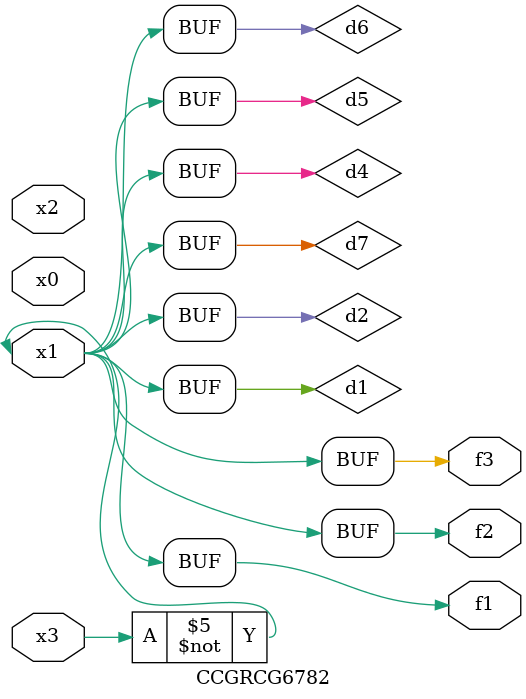
<source format=v>
module CCGRCG6782(
	input x0, x1, x2, x3,
	output f1, f2, f3
);

	wire d1, d2, d3, d4, d5, d6, d7;

	not (d1, x3);
	buf (d2, x1);
	xnor (d3, d1, d2);
	nor (d4, d1);
	buf (d5, d1, d2);
	buf (d6, d4, d5);
	nand (d7, d4);
	assign f1 = d6;
	assign f2 = d7;
	assign f3 = d6;
endmodule

</source>
